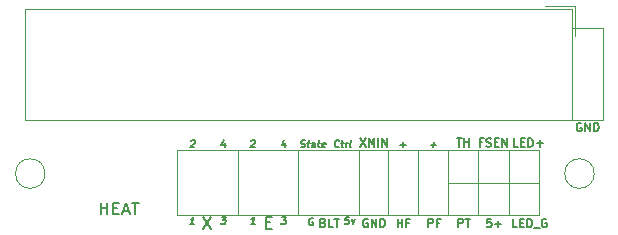
<source format=gto>
G04 #@! TF.GenerationSoftware,KiCad,Pcbnew,(5.1.4-0-10_14)*
G04 #@! TF.CreationDate,2019-10-10T23:08:38+03:00*
G04 #@! TF.ProjectId,RibbonCable_MB_BreakdownBoard_pt,52696262-6f6e-4436-9162-6c655f4d425f,rev?*
G04 #@! TF.SameCoordinates,Original*
G04 #@! TF.FileFunction,Legend,Top*
G04 #@! TF.FilePolarity,Positive*
%FSLAX46Y46*%
G04 Gerber Fmt 4.6, Leading zero omitted, Abs format (unit mm)*
G04 Created by KiCad (PCBNEW (5.1.4-0-10_14)) date 2019-10-10 23:08:38*
%MOMM*%
%LPD*%
G04 APERTURE LIST*
%ADD10C,0.150000*%
%ADD11C,0.120000*%
G04 APERTURE END LIST*
D10*
X147435133Y-82042857D02*
X147892276Y-82042857D01*
X147635133Y-82271428D02*
X147692276Y-81814285D01*
X144835133Y-82042857D02*
X145292276Y-82042857D01*
X145035133Y-82271428D02*
X145092276Y-81814285D01*
X137463705Y-88300000D02*
X137410133Y-88271428D01*
X137324419Y-88271428D01*
X137235133Y-88300000D01*
X137170848Y-88357142D01*
X137135133Y-88414285D01*
X137092276Y-88528571D01*
X137081562Y-88614285D01*
X137095848Y-88728571D01*
X137117276Y-88785714D01*
X137167276Y-88842857D01*
X137249419Y-88871428D01*
X137306562Y-88871428D01*
X137395848Y-88842857D01*
X137427991Y-88814285D01*
X137452991Y-88614285D01*
X137338705Y-88614285D01*
X139613705Y-82214285D02*
X139581562Y-82242857D01*
X139492276Y-82271428D01*
X139435133Y-82271428D01*
X139352991Y-82242857D01*
X139302991Y-82185714D01*
X139281562Y-82128571D01*
X139267276Y-82014285D01*
X139277991Y-81928571D01*
X139320848Y-81814285D01*
X139356562Y-81757142D01*
X139420848Y-81700000D01*
X139510133Y-81671428D01*
X139567276Y-81671428D01*
X139649419Y-81700000D01*
X139674419Y-81728571D01*
X139827991Y-81871428D02*
X140056562Y-81871428D01*
X139938705Y-81671428D02*
X139874419Y-82185714D01*
X139895848Y-82242857D01*
X139949419Y-82271428D01*
X140006562Y-82271428D01*
X140206562Y-82271428D02*
X140256562Y-81871428D01*
X140242276Y-81985714D02*
X140277991Y-81928571D01*
X140310133Y-81900000D01*
X140370848Y-81871428D01*
X140427991Y-81871428D01*
X140663705Y-82271428D02*
X140610133Y-82242857D01*
X140588705Y-82185714D01*
X140652991Y-81671428D01*
X136395848Y-82242857D02*
X136477991Y-82271428D01*
X136620848Y-82271428D01*
X136681562Y-82242857D01*
X136713705Y-82214285D01*
X136749419Y-82157142D01*
X136756562Y-82100000D01*
X136735133Y-82042857D01*
X136710133Y-82014285D01*
X136656562Y-81985714D01*
X136545848Y-81957142D01*
X136492276Y-81928571D01*
X136467276Y-81900000D01*
X136445848Y-81842857D01*
X136452991Y-81785714D01*
X136488705Y-81728571D01*
X136520848Y-81700000D01*
X136581562Y-81671428D01*
X136724419Y-81671428D01*
X136806562Y-81700000D01*
X136956562Y-81871428D02*
X137185133Y-81871428D01*
X137067276Y-81671428D02*
X137002991Y-82185714D01*
X137024419Y-82242857D01*
X137077991Y-82271428D01*
X137135133Y-82271428D01*
X137592276Y-82271428D02*
X137631562Y-81957142D01*
X137610133Y-81900000D01*
X137556562Y-81871428D01*
X137442276Y-81871428D01*
X137381562Y-81900000D01*
X137595848Y-82242857D02*
X137535133Y-82271428D01*
X137392276Y-82271428D01*
X137338705Y-82242857D01*
X137317276Y-82185714D01*
X137324419Y-82128571D01*
X137360133Y-82071428D01*
X137420848Y-82042857D01*
X137563705Y-82042857D01*
X137624419Y-82014285D01*
X137842276Y-81871428D02*
X138070848Y-81871428D01*
X137952991Y-81671428D02*
X137888705Y-82185714D01*
X137910133Y-82242857D01*
X137963705Y-82271428D01*
X138020848Y-82271428D01*
X138452991Y-82242857D02*
X138392276Y-82271428D01*
X138277991Y-82271428D01*
X138224419Y-82242857D01*
X138202991Y-82185714D01*
X138231562Y-81957142D01*
X138267276Y-81900000D01*
X138327991Y-81871428D01*
X138442276Y-81871428D01*
X138495848Y-81900000D01*
X138517276Y-81957142D01*
X138510133Y-82014285D01*
X138217276Y-82071428D01*
X140524419Y-88171428D02*
X140238705Y-88171428D01*
X140174419Y-88457142D01*
X140206562Y-88428571D01*
X140267276Y-88400000D01*
X140410133Y-88400000D01*
X140463705Y-88428571D01*
X140488705Y-88457142D01*
X140510133Y-88514285D01*
X140492276Y-88657142D01*
X140456562Y-88714285D01*
X140424419Y-88742857D01*
X140363705Y-88771428D01*
X140220848Y-88771428D01*
X140167276Y-88742857D01*
X140142276Y-88714285D01*
X140727991Y-88371428D02*
X140820848Y-88771428D01*
X141013705Y-88371428D01*
X132231562Y-81728571D02*
X132263705Y-81700000D01*
X132324419Y-81671428D01*
X132467276Y-81671428D01*
X132520848Y-81700000D01*
X132545848Y-81728571D01*
X132567276Y-81785714D01*
X132560133Y-81842857D01*
X132520848Y-81928571D01*
X132135133Y-82271428D01*
X132506562Y-82271428D01*
X135099419Y-81871428D02*
X135049419Y-82271428D01*
X134985133Y-81642857D02*
X134788705Y-82071428D01*
X135160133Y-82071428D01*
X134810133Y-88171428D02*
X135181562Y-88171428D01*
X134952991Y-88400000D01*
X135038705Y-88400000D01*
X135092276Y-88428571D01*
X135117276Y-88457142D01*
X135138705Y-88514285D01*
X135120848Y-88657142D01*
X135085133Y-88714285D01*
X135052991Y-88742857D01*
X134992276Y-88771428D01*
X134820848Y-88771428D01*
X134767276Y-88742857D01*
X134742276Y-88714285D01*
X132506562Y-88771428D02*
X132163705Y-88771428D01*
X132335133Y-88771428D02*
X132410133Y-88171428D01*
X132342276Y-88257142D01*
X132277991Y-88314285D01*
X132217276Y-88342857D01*
X129710133Y-88171428D02*
X130081562Y-88171428D01*
X129852991Y-88400000D01*
X129938705Y-88400000D01*
X129992276Y-88428571D01*
X130017276Y-88457142D01*
X130038705Y-88514285D01*
X130020848Y-88657142D01*
X129985133Y-88714285D01*
X129952991Y-88742857D01*
X129892276Y-88771428D01*
X129720848Y-88771428D01*
X129667276Y-88742857D01*
X129642276Y-88714285D01*
X127406562Y-88771428D02*
X127063705Y-88771428D01*
X127235133Y-88771428D02*
X127310133Y-88171428D01*
X127242276Y-88257142D01*
X127177991Y-88314285D01*
X127117276Y-88342857D01*
X129999419Y-81871428D02*
X129949419Y-82271428D01*
X129885133Y-81642857D02*
X129688705Y-82071428D01*
X130060133Y-82071428D01*
X127131562Y-81728571D02*
X127163705Y-81700000D01*
X127224419Y-81671428D01*
X127367276Y-81671428D01*
X127420848Y-81700000D01*
X127445848Y-81728571D01*
X127467276Y-81785714D01*
X127460133Y-81842857D01*
X127420848Y-81928571D01*
X127035133Y-82271428D01*
X127406562Y-82271428D01*
X160166666Y-80250000D02*
X160100000Y-80216666D01*
X160000000Y-80216666D01*
X159900000Y-80250000D01*
X159833333Y-80316666D01*
X159800000Y-80383333D01*
X159766666Y-80516666D01*
X159766666Y-80616666D01*
X159800000Y-80750000D01*
X159833333Y-80816666D01*
X159900000Y-80883333D01*
X160000000Y-80916666D01*
X160066666Y-80916666D01*
X160166666Y-80883333D01*
X160200000Y-80850000D01*
X160200000Y-80616666D01*
X160066666Y-80616666D01*
X160500000Y-80916666D02*
X160500000Y-80216666D01*
X160900000Y-80916666D01*
X160900000Y-80216666D01*
X161233333Y-80916666D02*
X161233333Y-80216666D01*
X161400000Y-80216666D01*
X161500000Y-80250000D01*
X161566666Y-80316666D01*
X161600000Y-80383333D01*
X161633333Y-80516666D01*
X161633333Y-80616666D01*
X161600000Y-80750000D01*
X161566666Y-80816666D01*
X161500000Y-80883333D01*
X161400000Y-80916666D01*
X161233333Y-80916666D01*
X149633333Y-81516666D02*
X150033333Y-81516666D01*
X149833333Y-82216666D02*
X149833333Y-81516666D01*
X150266666Y-82216666D02*
X150266666Y-81516666D01*
X150266666Y-81850000D02*
X150666666Y-81850000D01*
X150666666Y-82216666D02*
X150666666Y-81516666D01*
X149750000Y-89016666D02*
X149750000Y-88316666D01*
X150016666Y-88316666D01*
X150083333Y-88350000D01*
X150116666Y-88383333D01*
X150150000Y-88450000D01*
X150150000Y-88550000D01*
X150116666Y-88616666D01*
X150083333Y-88650000D01*
X150016666Y-88683333D01*
X149750000Y-88683333D01*
X150350000Y-88316666D02*
X150750000Y-88316666D01*
X150550000Y-89016666D02*
X150550000Y-88316666D01*
X141433333Y-81516666D02*
X141900000Y-82216666D01*
X141900000Y-81516666D02*
X141433333Y-82216666D01*
X142166666Y-82216666D02*
X142166666Y-81516666D01*
X142400000Y-82016666D01*
X142633333Y-81516666D01*
X142633333Y-82216666D01*
X142966666Y-82216666D02*
X142966666Y-81516666D01*
X143300000Y-82216666D02*
X143300000Y-81516666D01*
X143700000Y-82216666D01*
X143700000Y-81516666D01*
X151783333Y-81850000D02*
X151550000Y-81850000D01*
X151550000Y-82216666D02*
X151550000Y-81516666D01*
X151883333Y-81516666D01*
X152116666Y-82183333D02*
X152216666Y-82216666D01*
X152383333Y-82216666D01*
X152450000Y-82183333D01*
X152483333Y-82150000D01*
X152516666Y-82083333D01*
X152516666Y-82016666D01*
X152483333Y-81950000D01*
X152450000Y-81916666D01*
X152383333Y-81883333D01*
X152250000Y-81850000D01*
X152183333Y-81816666D01*
X152150000Y-81783333D01*
X152116666Y-81716666D01*
X152116666Y-81650000D01*
X152150000Y-81583333D01*
X152183333Y-81550000D01*
X152250000Y-81516666D01*
X152416666Y-81516666D01*
X152516666Y-81550000D01*
X152816666Y-81850000D02*
X153050000Y-81850000D01*
X153150000Y-82216666D02*
X152816666Y-82216666D01*
X152816666Y-81516666D01*
X153150000Y-81516666D01*
X153450000Y-82216666D02*
X153450000Y-81516666D01*
X153850000Y-82216666D01*
X153850000Y-81516666D01*
X142066666Y-88350000D02*
X142000000Y-88316666D01*
X141900000Y-88316666D01*
X141800000Y-88350000D01*
X141733333Y-88416666D01*
X141700000Y-88483333D01*
X141666666Y-88616666D01*
X141666666Y-88716666D01*
X141700000Y-88850000D01*
X141733333Y-88916666D01*
X141800000Y-88983333D01*
X141900000Y-89016666D01*
X141966666Y-89016666D01*
X142066666Y-88983333D01*
X142100000Y-88950000D01*
X142100000Y-88716666D01*
X141966666Y-88716666D01*
X142400000Y-89016666D02*
X142400000Y-88316666D01*
X142800000Y-89016666D01*
X142800000Y-88316666D01*
X143133333Y-89016666D02*
X143133333Y-88316666D01*
X143300000Y-88316666D01*
X143400000Y-88350000D01*
X143466666Y-88416666D01*
X143500000Y-88483333D01*
X143533333Y-88616666D01*
X143533333Y-88716666D01*
X143500000Y-88850000D01*
X143466666Y-88916666D01*
X143400000Y-88983333D01*
X143300000Y-89016666D01*
X143133333Y-89016666D01*
X154816666Y-82216666D02*
X154483333Y-82216666D01*
X154483333Y-81516666D01*
X155050000Y-81850000D02*
X155283333Y-81850000D01*
X155383333Y-82216666D02*
X155050000Y-82216666D01*
X155050000Y-81516666D01*
X155383333Y-81516666D01*
X155683333Y-82216666D02*
X155683333Y-81516666D01*
X155850000Y-81516666D01*
X155950000Y-81550000D01*
X156016666Y-81616666D01*
X156050000Y-81683333D01*
X156083333Y-81816666D01*
X156083333Y-81916666D01*
X156050000Y-82050000D01*
X156016666Y-82116666D01*
X155950000Y-82183333D01*
X155850000Y-82216666D01*
X155683333Y-82216666D01*
X156383333Y-81950000D02*
X156916666Y-81950000D01*
X156650000Y-82216666D02*
X156650000Y-81683333D01*
X154733333Y-89016666D02*
X154400000Y-89016666D01*
X154400000Y-88316666D01*
X154966666Y-88650000D02*
X155200000Y-88650000D01*
X155300000Y-89016666D02*
X154966666Y-89016666D01*
X154966666Y-88316666D01*
X155300000Y-88316666D01*
X155600000Y-89016666D02*
X155600000Y-88316666D01*
X155766666Y-88316666D01*
X155866666Y-88350000D01*
X155933333Y-88416666D01*
X155966666Y-88483333D01*
X156000000Y-88616666D01*
X156000000Y-88716666D01*
X155966666Y-88850000D01*
X155933333Y-88916666D01*
X155866666Y-88983333D01*
X155766666Y-89016666D01*
X155600000Y-89016666D01*
X156133333Y-89083333D02*
X156666666Y-89083333D01*
X157200000Y-88350000D02*
X157133333Y-88316666D01*
X157033333Y-88316666D01*
X156933333Y-88350000D01*
X156866666Y-88416666D01*
X156833333Y-88483333D01*
X156800000Y-88616666D01*
X156800000Y-88716666D01*
X156833333Y-88850000D01*
X156866666Y-88916666D01*
X156933333Y-88983333D01*
X157033333Y-89016666D01*
X157100000Y-89016666D01*
X157200000Y-88983333D01*
X157233333Y-88950000D01*
X157233333Y-88716666D01*
X157100000Y-88716666D01*
X152533333Y-88316666D02*
X152200000Y-88316666D01*
X152166666Y-88650000D01*
X152200000Y-88616666D01*
X152266666Y-88583333D01*
X152433333Y-88583333D01*
X152500000Y-88616666D01*
X152533333Y-88650000D01*
X152566666Y-88716666D01*
X152566666Y-88883333D01*
X152533333Y-88950000D01*
X152500000Y-88983333D01*
X152433333Y-89016666D01*
X152266666Y-89016666D01*
X152200000Y-88983333D01*
X152166666Y-88950000D01*
X152866666Y-88750000D02*
X153400000Y-88750000D01*
X153133333Y-89016666D02*
X153133333Y-88483333D01*
D11*
X148900000Y-85300000D02*
X156600000Y-85300000D01*
X154000000Y-82500000D02*
X154000000Y-88000000D01*
X151400000Y-82500000D02*
X151400000Y-88000000D01*
X148900000Y-82500000D02*
X148900000Y-88000000D01*
D10*
X147216666Y-89016666D02*
X147216666Y-88316666D01*
X147483333Y-88316666D01*
X147550000Y-88350000D01*
X147583333Y-88383333D01*
X147616666Y-88450000D01*
X147616666Y-88550000D01*
X147583333Y-88616666D01*
X147550000Y-88650000D01*
X147483333Y-88683333D01*
X147216666Y-88683333D01*
X148150000Y-88650000D02*
X147916666Y-88650000D01*
X147916666Y-89016666D02*
X147916666Y-88316666D01*
X148250000Y-88316666D01*
X144600000Y-89016666D02*
X144600000Y-88316666D01*
X144600000Y-88650000D02*
X145000000Y-88650000D01*
X145000000Y-89016666D02*
X145000000Y-88316666D01*
X145566666Y-88650000D02*
X145333333Y-88650000D01*
X145333333Y-89016666D02*
X145333333Y-88316666D01*
X145666666Y-88316666D01*
X138300000Y-88650000D02*
X138400000Y-88683333D01*
X138433333Y-88716666D01*
X138466666Y-88783333D01*
X138466666Y-88883333D01*
X138433333Y-88950000D01*
X138400000Y-88983333D01*
X138333333Y-89016666D01*
X138066666Y-89016666D01*
X138066666Y-88316666D01*
X138300000Y-88316666D01*
X138366666Y-88350000D01*
X138400000Y-88383333D01*
X138433333Y-88450000D01*
X138433333Y-88516666D01*
X138400000Y-88583333D01*
X138366666Y-88616666D01*
X138300000Y-88650000D01*
X138066666Y-88650000D01*
X139100000Y-89016666D02*
X138766666Y-89016666D01*
X138766666Y-88316666D01*
X139233333Y-88316666D02*
X139633333Y-88316666D01*
X139433333Y-89016666D02*
X139433333Y-88316666D01*
X133485714Y-88628571D02*
X133819047Y-88628571D01*
X133961904Y-89152380D02*
X133485714Y-89152380D01*
X133485714Y-88152380D01*
X133961904Y-88152380D01*
X128166666Y-88152380D02*
X128833333Y-89152380D01*
X128833333Y-88152380D02*
X128166666Y-89152380D01*
D11*
X146300000Y-82500000D02*
X146300000Y-88000000D01*
X143800000Y-82500000D02*
X143800000Y-88000000D01*
X141300000Y-82500000D02*
X141300000Y-88000000D01*
X136200000Y-82500000D02*
X136200000Y-88000000D01*
X131100000Y-82500000D02*
X131100000Y-88000000D01*
X156600000Y-82500000D02*
X125900000Y-82500000D01*
X156600000Y-88000000D02*
X156600000Y-82500000D01*
X125900000Y-88000000D02*
X156600000Y-88000000D01*
X125900000Y-82500000D02*
X125900000Y-88000000D01*
X159352330Y-72203693D02*
X160682330Y-72203693D01*
X159352330Y-73533693D02*
X159352330Y-72203693D01*
X162012330Y-74803693D02*
X162012330Y-79943693D01*
X159352330Y-74803693D02*
X159352330Y-79943693D01*
X159352330Y-79943693D02*
X162012330Y-79943693D01*
X159352330Y-79943693D02*
X162012330Y-79943693D01*
X162012330Y-79943693D02*
X162010411Y-72206002D01*
X162010411Y-72204639D02*
X159352330Y-72203693D01*
X159352330Y-72203693D02*
X159352330Y-79943693D01*
X114751000Y-84500000D02*
G75*
G03X114751000Y-84500000I-1251000J0D01*
G01*
X161251000Y-84500000D02*
G75*
G03X161251000Y-84500000I-1251000J0D01*
G01*
X159600000Y-70345000D02*
X159600000Y-72885000D01*
X159600000Y-70345000D02*
X157060000Y-70345000D01*
X159350000Y-70595000D02*
X159350000Y-79945000D01*
X113090000Y-70595000D02*
X159350000Y-70595000D01*
X113090000Y-79945000D02*
X113090000Y-70595000D01*
X159350000Y-79945000D02*
X113090000Y-79945000D01*
D10*
X119452380Y-87952380D02*
X119452380Y-86952380D01*
X119452380Y-87428571D02*
X120023809Y-87428571D01*
X120023809Y-87952380D02*
X120023809Y-86952380D01*
X120500000Y-87428571D02*
X120833333Y-87428571D01*
X120976190Y-87952380D02*
X120500000Y-87952380D01*
X120500000Y-86952380D01*
X120976190Y-86952380D01*
X121357142Y-87666666D02*
X121833333Y-87666666D01*
X121261904Y-87952380D02*
X121595238Y-86952380D01*
X121928571Y-87952380D01*
X122119047Y-86952380D02*
X122690476Y-86952380D01*
X122404761Y-87952380D02*
X122404761Y-86952380D01*
M02*

</source>
